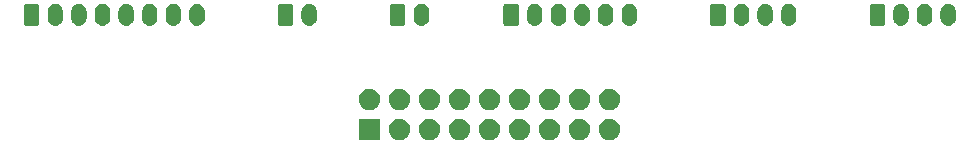
<source format=gbs>
G04 #@! TF.GenerationSoftware,KiCad,Pcbnew,(5.1.5)-3*
G04 #@! TF.CreationDate,2020-05-29T16:33:12+07:00*
G04 #@! TF.ProjectId,LIBV_Pannel,4c494256-5f50-4616-9e6e-656c2e6b6963,rev?*
G04 #@! TF.SameCoordinates,PX53724e0PY5fd8220*
G04 #@! TF.FileFunction,Soldermask,Bot*
G04 #@! TF.FilePolarity,Negative*
%FSLAX46Y46*%
G04 Gerber Fmt 4.6, Leading zero omitted, Abs format (unit mm)*
G04 Created by KiCad (PCBNEW (5.1.5)-3) date 2020-05-29 16:33:12*
%MOMM*%
%LPD*%
G04 APERTURE LIST*
%ADD10C,0.100000*%
G04 APERTURE END LIST*
D10*
G36*
X39701000Y4599000D02*
G01*
X37899000Y4599000D01*
X37899000Y6401000D01*
X39701000Y6401000D01*
X39701000Y4599000D01*
G37*
G36*
X41453512Y6396073D02*
G01*
X41602812Y6366376D01*
X41766784Y6298456D01*
X41914354Y6199853D01*
X42039853Y6074354D01*
X42138456Y5926784D01*
X42206376Y5762812D01*
X42241000Y5588741D01*
X42241000Y5411259D01*
X42206376Y5237188D01*
X42138456Y5073216D01*
X42039853Y4925646D01*
X41914354Y4800147D01*
X41766784Y4701544D01*
X41602812Y4633624D01*
X41453512Y4603927D01*
X41428742Y4599000D01*
X41251258Y4599000D01*
X41226488Y4603927D01*
X41077188Y4633624D01*
X40913216Y4701544D01*
X40765646Y4800147D01*
X40640147Y4925646D01*
X40541544Y5073216D01*
X40473624Y5237188D01*
X40439000Y5411259D01*
X40439000Y5588741D01*
X40473624Y5762812D01*
X40541544Y5926784D01*
X40640147Y6074354D01*
X40765646Y6199853D01*
X40913216Y6298456D01*
X41077188Y6366376D01*
X41226488Y6396073D01*
X41251258Y6401000D01*
X41428742Y6401000D01*
X41453512Y6396073D01*
G37*
G36*
X43993512Y6396073D02*
G01*
X44142812Y6366376D01*
X44306784Y6298456D01*
X44454354Y6199853D01*
X44579853Y6074354D01*
X44678456Y5926784D01*
X44746376Y5762812D01*
X44781000Y5588741D01*
X44781000Y5411259D01*
X44746376Y5237188D01*
X44678456Y5073216D01*
X44579853Y4925646D01*
X44454354Y4800147D01*
X44306784Y4701544D01*
X44142812Y4633624D01*
X43993512Y4603927D01*
X43968742Y4599000D01*
X43791258Y4599000D01*
X43766488Y4603927D01*
X43617188Y4633624D01*
X43453216Y4701544D01*
X43305646Y4800147D01*
X43180147Y4925646D01*
X43081544Y5073216D01*
X43013624Y5237188D01*
X42979000Y5411259D01*
X42979000Y5588741D01*
X43013624Y5762812D01*
X43081544Y5926784D01*
X43180147Y6074354D01*
X43305646Y6199853D01*
X43453216Y6298456D01*
X43617188Y6366376D01*
X43766488Y6396073D01*
X43791258Y6401000D01*
X43968742Y6401000D01*
X43993512Y6396073D01*
G37*
G36*
X46533512Y6396073D02*
G01*
X46682812Y6366376D01*
X46846784Y6298456D01*
X46994354Y6199853D01*
X47119853Y6074354D01*
X47218456Y5926784D01*
X47286376Y5762812D01*
X47321000Y5588741D01*
X47321000Y5411259D01*
X47286376Y5237188D01*
X47218456Y5073216D01*
X47119853Y4925646D01*
X46994354Y4800147D01*
X46846784Y4701544D01*
X46682812Y4633624D01*
X46533512Y4603927D01*
X46508742Y4599000D01*
X46331258Y4599000D01*
X46306488Y4603927D01*
X46157188Y4633624D01*
X45993216Y4701544D01*
X45845646Y4800147D01*
X45720147Y4925646D01*
X45621544Y5073216D01*
X45553624Y5237188D01*
X45519000Y5411259D01*
X45519000Y5588741D01*
X45553624Y5762812D01*
X45621544Y5926784D01*
X45720147Y6074354D01*
X45845646Y6199853D01*
X45993216Y6298456D01*
X46157188Y6366376D01*
X46306488Y6396073D01*
X46331258Y6401000D01*
X46508742Y6401000D01*
X46533512Y6396073D01*
G37*
G36*
X49073512Y6396073D02*
G01*
X49222812Y6366376D01*
X49386784Y6298456D01*
X49534354Y6199853D01*
X49659853Y6074354D01*
X49758456Y5926784D01*
X49826376Y5762812D01*
X49861000Y5588741D01*
X49861000Y5411259D01*
X49826376Y5237188D01*
X49758456Y5073216D01*
X49659853Y4925646D01*
X49534354Y4800147D01*
X49386784Y4701544D01*
X49222812Y4633624D01*
X49073512Y4603927D01*
X49048742Y4599000D01*
X48871258Y4599000D01*
X48846488Y4603927D01*
X48697188Y4633624D01*
X48533216Y4701544D01*
X48385646Y4800147D01*
X48260147Y4925646D01*
X48161544Y5073216D01*
X48093624Y5237188D01*
X48059000Y5411259D01*
X48059000Y5588741D01*
X48093624Y5762812D01*
X48161544Y5926784D01*
X48260147Y6074354D01*
X48385646Y6199853D01*
X48533216Y6298456D01*
X48697188Y6366376D01*
X48846488Y6396073D01*
X48871258Y6401000D01*
X49048742Y6401000D01*
X49073512Y6396073D01*
G37*
G36*
X51613512Y6396073D02*
G01*
X51762812Y6366376D01*
X51926784Y6298456D01*
X52074354Y6199853D01*
X52199853Y6074354D01*
X52298456Y5926784D01*
X52366376Y5762812D01*
X52401000Y5588741D01*
X52401000Y5411259D01*
X52366376Y5237188D01*
X52298456Y5073216D01*
X52199853Y4925646D01*
X52074354Y4800147D01*
X51926784Y4701544D01*
X51762812Y4633624D01*
X51613512Y4603927D01*
X51588742Y4599000D01*
X51411258Y4599000D01*
X51386488Y4603927D01*
X51237188Y4633624D01*
X51073216Y4701544D01*
X50925646Y4800147D01*
X50800147Y4925646D01*
X50701544Y5073216D01*
X50633624Y5237188D01*
X50599000Y5411259D01*
X50599000Y5588741D01*
X50633624Y5762812D01*
X50701544Y5926784D01*
X50800147Y6074354D01*
X50925646Y6199853D01*
X51073216Y6298456D01*
X51237188Y6366376D01*
X51386488Y6396073D01*
X51411258Y6401000D01*
X51588742Y6401000D01*
X51613512Y6396073D01*
G37*
G36*
X54153512Y6396073D02*
G01*
X54302812Y6366376D01*
X54466784Y6298456D01*
X54614354Y6199853D01*
X54739853Y6074354D01*
X54838456Y5926784D01*
X54906376Y5762812D01*
X54941000Y5588741D01*
X54941000Y5411259D01*
X54906376Y5237188D01*
X54838456Y5073216D01*
X54739853Y4925646D01*
X54614354Y4800147D01*
X54466784Y4701544D01*
X54302812Y4633624D01*
X54153512Y4603927D01*
X54128742Y4599000D01*
X53951258Y4599000D01*
X53926488Y4603927D01*
X53777188Y4633624D01*
X53613216Y4701544D01*
X53465646Y4800147D01*
X53340147Y4925646D01*
X53241544Y5073216D01*
X53173624Y5237188D01*
X53139000Y5411259D01*
X53139000Y5588741D01*
X53173624Y5762812D01*
X53241544Y5926784D01*
X53340147Y6074354D01*
X53465646Y6199853D01*
X53613216Y6298456D01*
X53777188Y6366376D01*
X53926488Y6396073D01*
X53951258Y6401000D01*
X54128742Y6401000D01*
X54153512Y6396073D01*
G37*
G36*
X59233512Y6396073D02*
G01*
X59382812Y6366376D01*
X59546784Y6298456D01*
X59694354Y6199853D01*
X59819853Y6074354D01*
X59918456Y5926784D01*
X59986376Y5762812D01*
X60021000Y5588741D01*
X60021000Y5411259D01*
X59986376Y5237188D01*
X59918456Y5073216D01*
X59819853Y4925646D01*
X59694354Y4800147D01*
X59546784Y4701544D01*
X59382812Y4633624D01*
X59233512Y4603927D01*
X59208742Y4599000D01*
X59031258Y4599000D01*
X59006488Y4603927D01*
X58857188Y4633624D01*
X58693216Y4701544D01*
X58545646Y4800147D01*
X58420147Y4925646D01*
X58321544Y5073216D01*
X58253624Y5237188D01*
X58219000Y5411259D01*
X58219000Y5588741D01*
X58253624Y5762812D01*
X58321544Y5926784D01*
X58420147Y6074354D01*
X58545646Y6199853D01*
X58693216Y6298456D01*
X58857188Y6366376D01*
X59006488Y6396073D01*
X59031258Y6401000D01*
X59208742Y6401000D01*
X59233512Y6396073D01*
G37*
G36*
X56693512Y6396073D02*
G01*
X56842812Y6366376D01*
X57006784Y6298456D01*
X57154354Y6199853D01*
X57279853Y6074354D01*
X57378456Y5926784D01*
X57446376Y5762812D01*
X57481000Y5588741D01*
X57481000Y5411259D01*
X57446376Y5237188D01*
X57378456Y5073216D01*
X57279853Y4925646D01*
X57154354Y4800147D01*
X57006784Y4701544D01*
X56842812Y4633624D01*
X56693512Y4603927D01*
X56668742Y4599000D01*
X56491258Y4599000D01*
X56466488Y4603927D01*
X56317188Y4633624D01*
X56153216Y4701544D01*
X56005646Y4800147D01*
X55880147Y4925646D01*
X55781544Y5073216D01*
X55713624Y5237188D01*
X55679000Y5411259D01*
X55679000Y5588741D01*
X55713624Y5762812D01*
X55781544Y5926784D01*
X55880147Y6074354D01*
X56005646Y6199853D01*
X56153216Y6298456D01*
X56317188Y6366376D01*
X56466488Y6396073D01*
X56491258Y6401000D01*
X56668742Y6401000D01*
X56693512Y6396073D01*
G37*
G36*
X38913512Y8936073D02*
G01*
X39062812Y8906376D01*
X39226784Y8838456D01*
X39374354Y8739853D01*
X39499853Y8614354D01*
X39598456Y8466784D01*
X39666376Y8302812D01*
X39701000Y8128741D01*
X39701000Y7951259D01*
X39666376Y7777188D01*
X39598456Y7613216D01*
X39499853Y7465646D01*
X39374354Y7340147D01*
X39226784Y7241544D01*
X39062812Y7173624D01*
X38913512Y7143927D01*
X38888742Y7139000D01*
X38711258Y7139000D01*
X38686488Y7143927D01*
X38537188Y7173624D01*
X38373216Y7241544D01*
X38225646Y7340147D01*
X38100147Y7465646D01*
X38001544Y7613216D01*
X37933624Y7777188D01*
X37899000Y7951259D01*
X37899000Y8128741D01*
X37933624Y8302812D01*
X38001544Y8466784D01*
X38100147Y8614354D01*
X38225646Y8739853D01*
X38373216Y8838456D01*
X38537188Y8906376D01*
X38686488Y8936073D01*
X38711258Y8941000D01*
X38888742Y8941000D01*
X38913512Y8936073D01*
G37*
G36*
X59233512Y8936073D02*
G01*
X59382812Y8906376D01*
X59546784Y8838456D01*
X59694354Y8739853D01*
X59819853Y8614354D01*
X59918456Y8466784D01*
X59986376Y8302812D01*
X60021000Y8128741D01*
X60021000Y7951259D01*
X59986376Y7777188D01*
X59918456Y7613216D01*
X59819853Y7465646D01*
X59694354Y7340147D01*
X59546784Y7241544D01*
X59382812Y7173624D01*
X59233512Y7143927D01*
X59208742Y7139000D01*
X59031258Y7139000D01*
X59006488Y7143927D01*
X58857188Y7173624D01*
X58693216Y7241544D01*
X58545646Y7340147D01*
X58420147Y7465646D01*
X58321544Y7613216D01*
X58253624Y7777188D01*
X58219000Y7951259D01*
X58219000Y8128741D01*
X58253624Y8302812D01*
X58321544Y8466784D01*
X58420147Y8614354D01*
X58545646Y8739853D01*
X58693216Y8838456D01*
X58857188Y8906376D01*
X59006488Y8936073D01*
X59031258Y8941000D01*
X59208742Y8941000D01*
X59233512Y8936073D01*
G37*
G36*
X56693512Y8936073D02*
G01*
X56842812Y8906376D01*
X57006784Y8838456D01*
X57154354Y8739853D01*
X57279853Y8614354D01*
X57378456Y8466784D01*
X57446376Y8302812D01*
X57481000Y8128741D01*
X57481000Y7951259D01*
X57446376Y7777188D01*
X57378456Y7613216D01*
X57279853Y7465646D01*
X57154354Y7340147D01*
X57006784Y7241544D01*
X56842812Y7173624D01*
X56693512Y7143927D01*
X56668742Y7139000D01*
X56491258Y7139000D01*
X56466488Y7143927D01*
X56317188Y7173624D01*
X56153216Y7241544D01*
X56005646Y7340147D01*
X55880147Y7465646D01*
X55781544Y7613216D01*
X55713624Y7777188D01*
X55679000Y7951259D01*
X55679000Y8128741D01*
X55713624Y8302812D01*
X55781544Y8466784D01*
X55880147Y8614354D01*
X56005646Y8739853D01*
X56153216Y8838456D01*
X56317188Y8906376D01*
X56466488Y8936073D01*
X56491258Y8941000D01*
X56668742Y8941000D01*
X56693512Y8936073D01*
G37*
G36*
X54153512Y8936073D02*
G01*
X54302812Y8906376D01*
X54466784Y8838456D01*
X54614354Y8739853D01*
X54739853Y8614354D01*
X54838456Y8466784D01*
X54906376Y8302812D01*
X54941000Y8128741D01*
X54941000Y7951259D01*
X54906376Y7777188D01*
X54838456Y7613216D01*
X54739853Y7465646D01*
X54614354Y7340147D01*
X54466784Y7241544D01*
X54302812Y7173624D01*
X54153512Y7143927D01*
X54128742Y7139000D01*
X53951258Y7139000D01*
X53926488Y7143927D01*
X53777188Y7173624D01*
X53613216Y7241544D01*
X53465646Y7340147D01*
X53340147Y7465646D01*
X53241544Y7613216D01*
X53173624Y7777188D01*
X53139000Y7951259D01*
X53139000Y8128741D01*
X53173624Y8302812D01*
X53241544Y8466784D01*
X53340147Y8614354D01*
X53465646Y8739853D01*
X53613216Y8838456D01*
X53777188Y8906376D01*
X53926488Y8936073D01*
X53951258Y8941000D01*
X54128742Y8941000D01*
X54153512Y8936073D01*
G37*
G36*
X51613512Y8936073D02*
G01*
X51762812Y8906376D01*
X51926784Y8838456D01*
X52074354Y8739853D01*
X52199853Y8614354D01*
X52298456Y8466784D01*
X52366376Y8302812D01*
X52401000Y8128741D01*
X52401000Y7951259D01*
X52366376Y7777188D01*
X52298456Y7613216D01*
X52199853Y7465646D01*
X52074354Y7340147D01*
X51926784Y7241544D01*
X51762812Y7173624D01*
X51613512Y7143927D01*
X51588742Y7139000D01*
X51411258Y7139000D01*
X51386488Y7143927D01*
X51237188Y7173624D01*
X51073216Y7241544D01*
X50925646Y7340147D01*
X50800147Y7465646D01*
X50701544Y7613216D01*
X50633624Y7777188D01*
X50599000Y7951259D01*
X50599000Y8128741D01*
X50633624Y8302812D01*
X50701544Y8466784D01*
X50800147Y8614354D01*
X50925646Y8739853D01*
X51073216Y8838456D01*
X51237188Y8906376D01*
X51386488Y8936073D01*
X51411258Y8941000D01*
X51588742Y8941000D01*
X51613512Y8936073D01*
G37*
G36*
X49073512Y8936073D02*
G01*
X49222812Y8906376D01*
X49386784Y8838456D01*
X49534354Y8739853D01*
X49659853Y8614354D01*
X49758456Y8466784D01*
X49826376Y8302812D01*
X49861000Y8128741D01*
X49861000Y7951259D01*
X49826376Y7777188D01*
X49758456Y7613216D01*
X49659853Y7465646D01*
X49534354Y7340147D01*
X49386784Y7241544D01*
X49222812Y7173624D01*
X49073512Y7143927D01*
X49048742Y7139000D01*
X48871258Y7139000D01*
X48846488Y7143927D01*
X48697188Y7173624D01*
X48533216Y7241544D01*
X48385646Y7340147D01*
X48260147Y7465646D01*
X48161544Y7613216D01*
X48093624Y7777188D01*
X48059000Y7951259D01*
X48059000Y8128741D01*
X48093624Y8302812D01*
X48161544Y8466784D01*
X48260147Y8614354D01*
X48385646Y8739853D01*
X48533216Y8838456D01*
X48697188Y8906376D01*
X48846488Y8936073D01*
X48871258Y8941000D01*
X49048742Y8941000D01*
X49073512Y8936073D01*
G37*
G36*
X41453512Y8936073D02*
G01*
X41602812Y8906376D01*
X41766784Y8838456D01*
X41914354Y8739853D01*
X42039853Y8614354D01*
X42138456Y8466784D01*
X42206376Y8302812D01*
X42241000Y8128741D01*
X42241000Y7951259D01*
X42206376Y7777188D01*
X42138456Y7613216D01*
X42039853Y7465646D01*
X41914354Y7340147D01*
X41766784Y7241544D01*
X41602812Y7173624D01*
X41453512Y7143927D01*
X41428742Y7139000D01*
X41251258Y7139000D01*
X41226488Y7143927D01*
X41077188Y7173624D01*
X40913216Y7241544D01*
X40765646Y7340147D01*
X40640147Y7465646D01*
X40541544Y7613216D01*
X40473624Y7777188D01*
X40439000Y7951259D01*
X40439000Y8128741D01*
X40473624Y8302812D01*
X40541544Y8466784D01*
X40640147Y8614354D01*
X40765646Y8739853D01*
X40913216Y8838456D01*
X41077188Y8906376D01*
X41226488Y8936073D01*
X41251258Y8941000D01*
X41428742Y8941000D01*
X41453512Y8936073D01*
G37*
G36*
X46533512Y8936073D02*
G01*
X46682812Y8906376D01*
X46846784Y8838456D01*
X46994354Y8739853D01*
X47119853Y8614354D01*
X47218456Y8466784D01*
X47286376Y8302812D01*
X47321000Y8128741D01*
X47321000Y7951259D01*
X47286376Y7777188D01*
X47218456Y7613216D01*
X47119853Y7465646D01*
X46994354Y7340147D01*
X46846784Y7241544D01*
X46682812Y7173624D01*
X46533512Y7143927D01*
X46508742Y7139000D01*
X46331258Y7139000D01*
X46306488Y7143927D01*
X46157188Y7173624D01*
X45993216Y7241544D01*
X45845646Y7340147D01*
X45720147Y7465646D01*
X45621544Y7613216D01*
X45553624Y7777188D01*
X45519000Y7951259D01*
X45519000Y8128741D01*
X45553624Y8302812D01*
X45621544Y8466784D01*
X45720147Y8614354D01*
X45845646Y8739853D01*
X45993216Y8838456D01*
X46157188Y8906376D01*
X46306488Y8936073D01*
X46331258Y8941000D01*
X46508742Y8941000D01*
X46533512Y8936073D01*
G37*
G36*
X43993512Y8936073D02*
G01*
X44142812Y8906376D01*
X44306784Y8838456D01*
X44454354Y8739853D01*
X44579853Y8614354D01*
X44678456Y8466784D01*
X44746376Y8302812D01*
X44781000Y8128741D01*
X44781000Y7951259D01*
X44746376Y7777188D01*
X44678456Y7613216D01*
X44579853Y7465646D01*
X44454354Y7340147D01*
X44306784Y7241544D01*
X44142812Y7173624D01*
X43993512Y7143927D01*
X43968742Y7139000D01*
X43791258Y7139000D01*
X43766488Y7143927D01*
X43617188Y7173624D01*
X43453216Y7241544D01*
X43305646Y7340147D01*
X43180147Y7465646D01*
X43081544Y7613216D01*
X43013624Y7777188D01*
X42979000Y7951259D01*
X42979000Y8128741D01*
X43013624Y8302812D01*
X43081544Y8466784D01*
X43180147Y8614354D01*
X43305646Y8739853D01*
X43453216Y8838456D01*
X43617188Y8906376D01*
X43766488Y8936073D01*
X43791258Y8941000D01*
X43968742Y8941000D01*
X43993512Y8936073D01*
G37*
G36*
X18327617Y16116580D02*
G01*
X18408399Y16092075D01*
X18450335Y16079354D01*
X18563424Y16018906D01*
X18662554Y15937553D01*
X18743906Y15838425D01*
X18804354Y15725336D01*
X18814040Y15693404D01*
X18841580Y15602618D01*
X18851000Y15506973D01*
X18851000Y14893027D01*
X18841580Y14797382D01*
X18814040Y14706596D01*
X18804354Y14674664D01*
X18743906Y14561575D01*
X18662554Y14462446D01*
X18563425Y14381094D01*
X18450336Y14320646D01*
X18418404Y14310960D01*
X18327618Y14283420D01*
X18200000Y14270851D01*
X18072383Y14283420D01*
X17981597Y14310960D01*
X17949665Y14320646D01*
X17836576Y14381094D01*
X17737447Y14462446D01*
X17656096Y14561573D01*
X17656095Y14561575D01*
X17595647Y14674664D01*
X17595645Y14674667D01*
X17583237Y14715573D01*
X17558420Y14797382D01*
X17549000Y14893027D01*
X17549000Y15506972D01*
X17558420Y15602617D01*
X17595645Y15725331D01*
X17595646Y15725335D01*
X17656094Y15838424D01*
X17737447Y15937554D01*
X17836575Y16018906D01*
X17949664Y16079354D01*
X17991600Y16092075D01*
X18072382Y16116580D01*
X18200000Y16129149D01*
X18327617Y16116580D01*
G37*
G36*
X33827617Y16116580D02*
G01*
X33908399Y16092075D01*
X33950335Y16079354D01*
X34063424Y16018906D01*
X34162554Y15937553D01*
X34243906Y15838425D01*
X34304354Y15725336D01*
X34314040Y15693404D01*
X34341580Y15602618D01*
X34351000Y15506973D01*
X34351000Y14893027D01*
X34341580Y14797382D01*
X34314040Y14706596D01*
X34304354Y14674664D01*
X34243906Y14561575D01*
X34162554Y14462446D01*
X34063425Y14381094D01*
X33950336Y14320646D01*
X33918404Y14310960D01*
X33827618Y14283420D01*
X33700000Y14270851D01*
X33572383Y14283420D01*
X33481597Y14310960D01*
X33449665Y14320646D01*
X33336576Y14381094D01*
X33237447Y14462446D01*
X33156096Y14561573D01*
X33156095Y14561575D01*
X33095647Y14674664D01*
X33095645Y14674667D01*
X33083237Y14715573D01*
X33058420Y14797382D01*
X33049000Y14893027D01*
X33049000Y15506972D01*
X33058420Y15602617D01*
X33095645Y15725331D01*
X33095646Y15725335D01*
X33156094Y15838424D01*
X33237447Y15937554D01*
X33336575Y16018906D01*
X33449664Y16079354D01*
X33491600Y16092075D01*
X33572382Y16116580D01*
X33700000Y16129149D01*
X33827617Y16116580D01*
G37*
G36*
X43327617Y16116580D02*
G01*
X43408399Y16092075D01*
X43450335Y16079354D01*
X43563424Y16018906D01*
X43662554Y15937553D01*
X43743906Y15838425D01*
X43804354Y15725336D01*
X43814040Y15693404D01*
X43841580Y15602618D01*
X43851000Y15506973D01*
X43851000Y14893027D01*
X43841580Y14797382D01*
X43814040Y14706596D01*
X43804354Y14674664D01*
X43743906Y14561575D01*
X43662554Y14462446D01*
X43563425Y14381094D01*
X43450336Y14320646D01*
X43418404Y14310960D01*
X43327618Y14283420D01*
X43200000Y14270851D01*
X43072383Y14283420D01*
X42981597Y14310960D01*
X42949665Y14320646D01*
X42836576Y14381094D01*
X42737447Y14462446D01*
X42656096Y14561573D01*
X42656095Y14561575D01*
X42595647Y14674664D01*
X42595645Y14674667D01*
X42583237Y14715573D01*
X42558420Y14797382D01*
X42549000Y14893027D01*
X42549000Y15506972D01*
X42558420Y15602617D01*
X42595645Y15725331D01*
X42595646Y15725335D01*
X42656094Y15838424D01*
X42737447Y15937554D01*
X42836575Y16018906D01*
X42949664Y16079354D01*
X42991600Y16092075D01*
X43072382Y16116580D01*
X43200000Y16129149D01*
X43327617Y16116580D01*
G37*
G36*
X54927617Y16116580D02*
G01*
X55008399Y16092075D01*
X55050335Y16079354D01*
X55163424Y16018906D01*
X55262554Y15937553D01*
X55343906Y15838425D01*
X55404354Y15725336D01*
X55414040Y15693404D01*
X55441580Y15602618D01*
X55451000Y15506973D01*
X55451000Y14893027D01*
X55441580Y14797382D01*
X55414040Y14706596D01*
X55404354Y14674664D01*
X55343906Y14561575D01*
X55262554Y14462446D01*
X55163425Y14381094D01*
X55050336Y14320646D01*
X55018404Y14310960D01*
X54927618Y14283420D01*
X54800000Y14270851D01*
X54672383Y14283420D01*
X54581597Y14310960D01*
X54549665Y14320646D01*
X54436576Y14381094D01*
X54337447Y14462446D01*
X54256096Y14561573D01*
X54256095Y14561575D01*
X54195647Y14674664D01*
X54195645Y14674667D01*
X54183237Y14715573D01*
X54158420Y14797382D01*
X54149000Y14893027D01*
X54149000Y15506972D01*
X54158420Y15602617D01*
X54195645Y15725331D01*
X54195646Y15725335D01*
X54256094Y15838424D01*
X54337447Y15937554D01*
X54436575Y16018906D01*
X54549664Y16079354D01*
X54591600Y16092075D01*
X54672382Y16116580D01*
X54800000Y16129149D01*
X54927617Y16116580D01*
G37*
G36*
X87927617Y16116580D02*
G01*
X88008399Y16092075D01*
X88050335Y16079354D01*
X88163424Y16018906D01*
X88262554Y15937553D01*
X88343906Y15838425D01*
X88404354Y15725336D01*
X88414040Y15693404D01*
X88441580Y15602618D01*
X88451000Y15506973D01*
X88451000Y14893027D01*
X88441580Y14797382D01*
X88414040Y14706596D01*
X88404354Y14674664D01*
X88343906Y14561575D01*
X88262554Y14462446D01*
X88163425Y14381094D01*
X88050336Y14320646D01*
X88018404Y14310960D01*
X87927618Y14283420D01*
X87800000Y14270851D01*
X87672383Y14283420D01*
X87581597Y14310960D01*
X87549665Y14320646D01*
X87436576Y14381094D01*
X87337447Y14462446D01*
X87256096Y14561573D01*
X87256095Y14561575D01*
X87195647Y14674664D01*
X87195645Y14674667D01*
X87183237Y14715573D01*
X87158420Y14797382D01*
X87149000Y14893027D01*
X87149000Y15506972D01*
X87158420Y15602617D01*
X87195645Y15725331D01*
X87195646Y15725335D01*
X87256094Y15838424D01*
X87337447Y15937554D01*
X87436575Y16018906D01*
X87549664Y16079354D01*
X87591600Y16092075D01*
X87672382Y16116580D01*
X87800000Y16129149D01*
X87927617Y16116580D01*
G37*
G36*
X85927617Y16116580D02*
G01*
X86008399Y16092075D01*
X86050335Y16079354D01*
X86163424Y16018906D01*
X86262554Y15937553D01*
X86343906Y15838425D01*
X86404354Y15725336D01*
X86414040Y15693404D01*
X86441580Y15602618D01*
X86451000Y15506973D01*
X86451000Y14893027D01*
X86441580Y14797382D01*
X86414040Y14706596D01*
X86404354Y14674664D01*
X86343906Y14561575D01*
X86262554Y14462446D01*
X86163425Y14381094D01*
X86050336Y14320646D01*
X86018404Y14310960D01*
X85927618Y14283420D01*
X85800000Y14270851D01*
X85672383Y14283420D01*
X85581597Y14310960D01*
X85549665Y14320646D01*
X85436576Y14381094D01*
X85337447Y14462446D01*
X85256096Y14561573D01*
X85256095Y14561575D01*
X85195647Y14674664D01*
X85195645Y14674667D01*
X85183237Y14715573D01*
X85158420Y14797382D01*
X85149000Y14893027D01*
X85149000Y15506972D01*
X85158420Y15602617D01*
X85195645Y15725331D01*
X85195646Y15725335D01*
X85256094Y15838424D01*
X85337447Y15937554D01*
X85436575Y16018906D01*
X85549664Y16079354D01*
X85591600Y16092075D01*
X85672382Y16116580D01*
X85800000Y16129149D01*
X85927617Y16116580D01*
G37*
G36*
X83927617Y16116580D02*
G01*
X84008399Y16092075D01*
X84050335Y16079354D01*
X84163424Y16018906D01*
X84262554Y15937553D01*
X84343906Y15838425D01*
X84404354Y15725336D01*
X84414040Y15693404D01*
X84441580Y15602618D01*
X84451000Y15506973D01*
X84451000Y14893027D01*
X84441580Y14797382D01*
X84414040Y14706596D01*
X84404354Y14674664D01*
X84343906Y14561575D01*
X84262554Y14462446D01*
X84163425Y14381094D01*
X84050336Y14320646D01*
X84018404Y14310960D01*
X83927618Y14283420D01*
X83800000Y14270851D01*
X83672383Y14283420D01*
X83581597Y14310960D01*
X83549665Y14320646D01*
X83436576Y14381094D01*
X83337447Y14462446D01*
X83256096Y14561573D01*
X83256095Y14561575D01*
X83195647Y14674664D01*
X83195645Y14674667D01*
X83183237Y14715573D01*
X83158420Y14797382D01*
X83149000Y14893027D01*
X83149000Y15506972D01*
X83158420Y15602617D01*
X83195645Y15725331D01*
X83195646Y15725335D01*
X83256094Y15838424D01*
X83337447Y15937554D01*
X83436575Y16018906D01*
X83549664Y16079354D01*
X83591600Y16092075D01*
X83672382Y16116580D01*
X83800000Y16129149D01*
X83927617Y16116580D01*
G37*
G36*
X60927617Y16116580D02*
G01*
X61008399Y16092075D01*
X61050335Y16079354D01*
X61163424Y16018906D01*
X61262554Y15937553D01*
X61343906Y15838425D01*
X61404354Y15725336D01*
X61414040Y15693404D01*
X61441580Y15602618D01*
X61451000Y15506973D01*
X61451000Y14893027D01*
X61441580Y14797382D01*
X61414040Y14706596D01*
X61404354Y14674664D01*
X61343906Y14561575D01*
X61262554Y14462446D01*
X61163425Y14381094D01*
X61050336Y14320646D01*
X61018404Y14310960D01*
X60927618Y14283420D01*
X60800000Y14270851D01*
X60672383Y14283420D01*
X60581597Y14310960D01*
X60549665Y14320646D01*
X60436576Y14381094D01*
X60337447Y14462446D01*
X60256096Y14561573D01*
X60256095Y14561575D01*
X60195647Y14674664D01*
X60195645Y14674667D01*
X60183237Y14715573D01*
X60158420Y14797382D01*
X60149000Y14893027D01*
X60149000Y15506972D01*
X60158420Y15602617D01*
X60195645Y15725331D01*
X60195646Y15725335D01*
X60256094Y15838424D01*
X60337447Y15937554D01*
X60436575Y16018906D01*
X60549664Y16079354D01*
X60591600Y16092075D01*
X60672382Y16116580D01*
X60800000Y16129149D01*
X60927617Y16116580D01*
G37*
G36*
X58927617Y16116580D02*
G01*
X59008399Y16092075D01*
X59050335Y16079354D01*
X59163424Y16018906D01*
X59262554Y15937553D01*
X59343906Y15838425D01*
X59404354Y15725336D01*
X59414040Y15693404D01*
X59441580Y15602618D01*
X59451000Y15506973D01*
X59451000Y14893027D01*
X59441580Y14797382D01*
X59414040Y14706596D01*
X59404354Y14674664D01*
X59343906Y14561575D01*
X59262554Y14462446D01*
X59163425Y14381094D01*
X59050336Y14320646D01*
X59018404Y14310960D01*
X58927618Y14283420D01*
X58800000Y14270851D01*
X58672383Y14283420D01*
X58581597Y14310960D01*
X58549665Y14320646D01*
X58436576Y14381094D01*
X58337447Y14462446D01*
X58256096Y14561573D01*
X58256095Y14561575D01*
X58195647Y14674664D01*
X58195645Y14674667D01*
X58183237Y14715573D01*
X58158420Y14797382D01*
X58149000Y14893027D01*
X58149000Y15506972D01*
X58158420Y15602617D01*
X58195645Y15725331D01*
X58195646Y15725335D01*
X58256094Y15838424D01*
X58337447Y15937554D01*
X58436575Y16018906D01*
X58549664Y16079354D01*
X58591600Y16092075D01*
X58672382Y16116580D01*
X58800000Y16129149D01*
X58927617Y16116580D01*
G37*
G36*
X56927617Y16116580D02*
G01*
X57008399Y16092075D01*
X57050335Y16079354D01*
X57163424Y16018906D01*
X57262554Y15937553D01*
X57343906Y15838425D01*
X57404354Y15725336D01*
X57414040Y15693404D01*
X57441580Y15602618D01*
X57451000Y15506973D01*
X57451000Y14893027D01*
X57441580Y14797382D01*
X57414040Y14706596D01*
X57404354Y14674664D01*
X57343906Y14561575D01*
X57262554Y14462446D01*
X57163425Y14381094D01*
X57050336Y14320646D01*
X57018404Y14310960D01*
X56927618Y14283420D01*
X56800000Y14270851D01*
X56672383Y14283420D01*
X56581597Y14310960D01*
X56549665Y14320646D01*
X56436576Y14381094D01*
X56337447Y14462446D01*
X56256096Y14561573D01*
X56256095Y14561575D01*
X56195647Y14674664D01*
X56195645Y14674667D01*
X56183237Y14715573D01*
X56158420Y14797382D01*
X56149000Y14893027D01*
X56149000Y15506972D01*
X56158420Y15602617D01*
X56195645Y15725331D01*
X56195646Y15725335D01*
X56256094Y15838424D01*
X56337447Y15937554D01*
X56436575Y16018906D01*
X56549664Y16079354D01*
X56591600Y16092075D01*
X56672382Y16116580D01*
X56800000Y16129149D01*
X56927617Y16116580D01*
G37*
G36*
X74427617Y16116580D02*
G01*
X74508399Y16092075D01*
X74550335Y16079354D01*
X74663424Y16018906D01*
X74762554Y15937553D01*
X74843906Y15838425D01*
X74904354Y15725336D01*
X74914040Y15693404D01*
X74941580Y15602618D01*
X74951000Y15506973D01*
X74951000Y14893027D01*
X74941580Y14797382D01*
X74914040Y14706596D01*
X74904354Y14674664D01*
X74843906Y14561575D01*
X74762554Y14462446D01*
X74663425Y14381094D01*
X74550336Y14320646D01*
X74518404Y14310960D01*
X74427618Y14283420D01*
X74300000Y14270851D01*
X74172383Y14283420D01*
X74081597Y14310960D01*
X74049665Y14320646D01*
X73936576Y14381094D01*
X73837447Y14462446D01*
X73756096Y14561573D01*
X73756095Y14561575D01*
X73695647Y14674664D01*
X73695645Y14674667D01*
X73683237Y14715573D01*
X73658420Y14797382D01*
X73649000Y14893027D01*
X73649000Y15506972D01*
X73658420Y15602617D01*
X73695645Y15725331D01*
X73695646Y15725335D01*
X73756094Y15838424D01*
X73837447Y15937554D01*
X73936575Y16018906D01*
X74049664Y16079354D01*
X74091600Y16092075D01*
X74172382Y16116580D01*
X74300000Y16129149D01*
X74427617Y16116580D01*
G37*
G36*
X72427617Y16116580D02*
G01*
X72508399Y16092075D01*
X72550335Y16079354D01*
X72663424Y16018906D01*
X72762554Y15937553D01*
X72843906Y15838425D01*
X72904354Y15725336D01*
X72914040Y15693404D01*
X72941580Y15602618D01*
X72951000Y15506973D01*
X72951000Y14893027D01*
X72941580Y14797382D01*
X72914040Y14706596D01*
X72904354Y14674664D01*
X72843906Y14561575D01*
X72762554Y14462446D01*
X72663425Y14381094D01*
X72550336Y14320646D01*
X72518404Y14310960D01*
X72427618Y14283420D01*
X72300000Y14270851D01*
X72172383Y14283420D01*
X72081597Y14310960D01*
X72049665Y14320646D01*
X71936576Y14381094D01*
X71837447Y14462446D01*
X71756096Y14561573D01*
X71756095Y14561575D01*
X71695647Y14674664D01*
X71695645Y14674667D01*
X71683237Y14715573D01*
X71658420Y14797382D01*
X71649000Y14893027D01*
X71649000Y15506972D01*
X71658420Y15602617D01*
X71695645Y15725331D01*
X71695646Y15725335D01*
X71756094Y15838424D01*
X71837447Y15937554D01*
X71936575Y16018906D01*
X72049664Y16079354D01*
X72091600Y16092075D01*
X72172382Y16116580D01*
X72300000Y16129149D01*
X72427617Y16116580D01*
G37*
G36*
X70427617Y16116580D02*
G01*
X70508399Y16092075D01*
X70550335Y16079354D01*
X70663424Y16018906D01*
X70762554Y15937553D01*
X70843906Y15838425D01*
X70904354Y15725336D01*
X70914040Y15693404D01*
X70941580Y15602618D01*
X70951000Y15506973D01*
X70951000Y14893027D01*
X70941580Y14797382D01*
X70914040Y14706596D01*
X70904354Y14674664D01*
X70843906Y14561575D01*
X70762554Y14462446D01*
X70663425Y14381094D01*
X70550336Y14320646D01*
X70518404Y14310960D01*
X70427618Y14283420D01*
X70300000Y14270851D01*
X70172383Y14283420D01*
X70081597Y14310960D01*
X70049665Y14320646D01*
X69936576Y14381094D01*
X69837447Y14462446D01*
X69756096Y14561573D01*
X69756095Y14561575D01*
X69695647Y14674664D01*
X69695645Y14674667D01*
X69683237Y14715573D01*
X69658420Y14797382D01*
X69649000Y14893027D01*
X69649000Y15506972D01*
X69658420Y15602617D01*
X69695645Y15725331D01*
X69695646Y15725335D01*
X69756094Y15838424D01*
X69837447Y15937554D01*
X69936575Y16018906D01*
X70049664Y16079354D01*
X70091600Y16092075D01*
X70172382Y16116580D01*
X70300000Y16129149D01*
X70427617Y16116580D01*
G37*
G36*
X24327617Y16116580D02*
G01*
X24408399Y16092075D01*
X24450335Y16079354D01*
X24563424Y16018906D01*
X24662554Y15937553D01*
X24743906Y15838425D01*
X24804354Y15725336D01*
X24814040Y15693404D01*
X24841580Y15602618D01*
X24851000Y15506973D01*
X24851000Y14893027D01*
X24841580Y14797382D01*
X24814040Y14706596D01*
X24804354Y14674664D01*
X24743906Y14561575D01*
X24662554Y14462446D01*
X24563425Y14381094D01*
X24450336Y14320646D01*
X24418404Y14310960D01*
X24327618Y14283420D01*
X24200000Y14270851D01*
X24072383Y14283420D01*
X23981597Y14310960D01*
X23949665Y14320646D01*
X23836576Y14381094D01*
X23737447Y14462446D01*
X23656096Y14561573D01*
X23656095Y14561575D01*
X23595647Y14674664D01*
X23595645Y14674667D01*
X23583237Y14715573D01*
X23558420Y14797382D01*
X23549000Y14893027D01*
X23549000Y15506972D01*
X23558420Y15602617D01*
X23595645Y15725331D01*
X23595646Y15725335D01*
X23656094Y15838424D01*
X23737447Y15937554D01*
X23836575Y16018906D01*
X23949664Y16079354D01*
X23991600Y16092075D01*
X24072382Y16116580D01*
X24200000Y16129149D01*
X24327617Y16116580D01*
G37*
G36*
X22327617Y16116580D02*
G01*
X22408399Y16092075D01*
X22450335Y16079354D01*
X22563424Y16018906D01*
X22662554Y15937553D01*
X22743906Y15838425D01*
X22804354Y15725336D01*
X22814040Y15693404D01*
X22841580Y15602618D01*
X22851000Y15506973D01*
X22851000Y14893027D01*
X22841580Y14797382D01*
X22814040Y14706596D01*
X22804354Y14674664D01*
X22743906Y14561575D01*
X22662554Y14462446D01*
X22563425Y14381094D01*
X22450336Y14320646D01*
X22418404Y14310960D01*
X22327618Y14283420D01*
X22200000Y14270851D01*
X22072383Y14283420D01*
X21981597Y14310960D01*
X21949665Y14320646D01*
X21836576Y14381094D01*
X21737447Y14462446D01*
X21656096Y14561573D01*
X21656095Y14561575D01*
X21595647Y14674664D01*
X21595645Y14674667D01*
X21583237Y14715573D01*
X21558420Y14797382D01*
X21549000Y14893027D01*
X21549000Y15506972D01*
X21558420Y15602617D01*
X21595645Y15725331D01*
X21595646Y15725335D01*
X21656094Y15838424D01*
X21737447Y15937554D01*
X21836575Y16018906D01*
X21949664Y16079354D01*
X21991600Y16092075D01*
X22072382Y16116580D01*
X22200000Y16129149D01*
X22327617Y16116580D01*
G37*
G36*
X20327617Y16116580D02*
G01*
X20408399Y16092075D01*
X20450335Y16079354D01*
X20563424Y16018906D01*
X20662554Y15937553D01*
X20743906Y15838425D01*
X20804354Y15725336D01*
X20814040Y15693404D01*
X20841580Y15602618D01*
X20851000Y15506973D01*
X20851000Y14893027D01*
X20841580Y14797382D01*
X20814040Y14706596D01*
X20804354Y14674664D01*
X20743906Y14561575D01*
X20662554Y14462446D01*
X20563425Y14381094D01*
X20450336Y14320646D01*
X20418404Y14310960D01*
X20327618Y14283420D01*
X20200000Y14270851D01*
X20072383Y14283420D01*
X19981597Y14310960D01*
X19949665Y14320646D01*
X19836576Y14381094D01*
X19737447Y14462446D01*
X19656096Y14561573D01*
X19656095Y14561575D01*
X19595647Y14674664D01*
X19595645Y14674667D01*
X19583237Y14715573D01*
X19558420Y14797382D01*
X19549000Y14893027D01*
X19549000Y15506972D01*
X19558420Y15602617D01*
X19595645Y15725331D01*
X19595646Y15725335D01*
X19656094Y15838424D01*
X19737447Y15937554D01*
X19836575Y16018906D01*
X19949664Y16079354D01*
X19991600Y16092075D01*
X20072382Y16116580D01*
X20200000Y16129149D01*
X20327617Y16116580D01*
G37*
G36*
X16327617Y16116580D02*
G01*
X16408399Y16092075D01*
X16450335Y16079354D01*
X16563424Y16018906D01*
X16662554Y15937553D01*
X16743906Y15838425D01*
X16804354Y15725336D01*
X16814040Y15693404D01*
X16841580Y15602618D01*
X16851000Y15506973D01*
X16851000Y14893027D01*
X16841580Y14797382D01*
X16814040Y14706596D01*
X16804354Y14674664D01*
X16743906Y14561575D01*
X16662554Y14462446D01*
X16563425Y14381094D01*
X16450336Y14320646D01*
X16418404Y14310960D01*
X16327618Y14283420D01*
X16200000Y14270851D01*
X16072383Y14283420D01*
X15981597Y14310960D01*
X15949665Y14320646D01*
X15836576Y14381094D01*
X15737447Y14462446D01*
X15656096Y14561573D01*
X15656095Y14561575D01*
X15595647Y14674664D01*
X15595645Y14674667D01*
X15583237Y14715573D01*
X15558420Y14797382D01*
X15549000Y14893027D01*
X15549000Y15506972D01*
X15558420Y15602617D01*
X15595645Y15725331D01*
X15595646Y15725335D01*
X15656094Y15838424D01*
X15737447Y15937554D01*
X15836575Y16018906D01*
X15949664Y16079354D01*
X15991600Y16092075D01*
X16072382Y16116580D01*
X16200000Y16129149D01*
X16327617Y16116580D01*
G37*
G36*
X14327617Y16116580D02*
G01*
X14408399Y16092075D01*
X14450335Y16079354D01*
X14563424Y16018906D01*
X14662554Y15937553D01*
X14743906Y15838425D01*
X14804354Y15725336D01*
X14814040Y15693404D01*
X14841580Y15602618D01*
X14851000Y15506973D01*
X14851000Y14893027D01*
X14841580Y14797382D01*
X14814040Y14706596D01*
X14804354Y14674664D01*
X14743906Y14561575D01*
X14662554Y14462446D01*
X14563425Y14381094D01*
X14450336Y14320646D01*
X14418404Y14310960D01*
X14327618Y14283420D01*
X14200000Y14270851D01*
X14072383Y14283420D01*
X13981597Y14310960D01*
X13949665Y14320646D01*
X13836576Y14381094D01*
X13737447Y14462446D01*
X13656096Y14561573D01*
X13656095Y14561575D01*
X13595647Y14674664D01*
X13595645Y14674667D01*
X13583237Y14715573D01*
X13558420Y14797382D01*
X13549000Y14893027D01*
X13549000Y15506972D01*
X13558420Y15602617D01*
X13595645Y15725331D01*
X13595646Y15725335D01*
X13656094Y15838424D01*
X13737447Y15937554D01*
X13836575Y16018906D01*
X13949664Y16079354D01*
X13991600Y16092075D01*
X14072382Y16116580D01*
X14200000Y16129149D01*
X14327617Y16116580D01*
G37*
G36*
X52927617Y16116580D02*
G01*
X53008399Y16092075D01*
X53050335Y16079354D01*
X53163424Y16018906D01*
X53262554Y15937553D01*
X53343906Y15838425D01*
X53404354Y15725336D01*
X53414040Y15693404D01*
X53441580Y15602618D01*
X53451000Y15506973D01*
X53451000Y14893027D01*
X53441580Y14797382D01*
X53414040Y14706596D01*
X53404354Y14674664D01*
X53343906Y14561575D01*
X53262554Y14462446D01*
X53163425Y14381094D01*
X53050336Y14320646D01*
X53018404Y14310960D01*
X52927618Y14283420D01*
X52800000Y14270851D01*
X52672383Y14283420D01*
X52581597Y14310960D01*
X52549665Y14320646D01*
X52436576Y14381094D01*
X52337447Y14462446D01*
X52256096Y14561573D01*
X52256095Y14561575D01*
X52195647Y14674664D01*
X52195645Y14674667D01*
X52183237Y14715573D01*
X52158420Y14797382D01*
X52149000Y14893027D01*
X52149000Y15506972D01*
X52158420Y15602617D01*
X52195645Y15725331D01*
X52195646Y15725335D01*
X52256094Y15838424D01*
X52337447Y15937554D01*
X52436575Y16018906D01*
X52549664Y16079354D01*
X52591600Y16092075D01*
X52672382Y16116580D01*
X52800000Y16129149D01*
X52927617Y16116580D01*
G37*
G36*
X12327617Y16116580D02*
G01*
X12408399Y16092075D01*
X12450335Y16079354D01*
X12563424Y16018906D01*
X12662554Y15937553D01*
X12743906Y15838425D01*
X12804354Y15725336D01*
X12814040Y15693404D01*
X12841580Y15602618D01*
X12851000Y15506973D01*
X12851000Y14893027D01*
X12841580Y14797382D01*
X12814040Y14706596D01*
X12804354Y14674664D01*
X12743906Y14561575D01*
X12662554Y14462446D01*
X12563425Y14381094D01*
X12450336Y14320646D01*
X12418404Y14310960D01*
X12327618Y14283420D01*
X12200000Y14270851D01*
X12072383Y14283420D01*
X11981597Y14310960D01*
X11949665Y14320646D01*
X11836576Y14381094D01*
X11737447Y14462446D01*
X11656096Y14561573D01*
X11656095Y14561575D01*
X11595647Y14674664D01*
X11595645Y14674667D01*
X11583237Y14715573D01*
X11558420Y14797382D01*
X11549000Y14893027D01*
X11549000Y15506972D01*
X11558420Y15602617D01*
X11595645Y15725331D01*
X11595646Y15725335D01*
X11656094Y15838424D01*
X11737447Y15937554D01*
X11836575Y16018906D01*
X11949664Y16079354D01*
X11991600Y16092075D01*
X12072382Y16116580D01*
X12200000Y16129149D01*
X12327617Y16116580D01*
G37*
G36*
X41691242Y16121596D02*
G01*
X41728337Y16110343D01*
X41762515Y16092075D01*
X41792481Y16067481D01*
X41817075Y16037515D01*
X41835343Y16003337D01*
X41846596Y15966242D01*
X41851000Y15921526D01*
X41851000Y14478474D01*
X41846596Y14433758D01*
X41835343Y14396663D01*
X41817075Y14362485D01*
X41792481Y14332519D01*
X41762515Y14307925D01*
X41728337Y14289657D01*
X41691242Y14278404D01*
X41646526Y14274000D01*
X40753474Y14274000D01*
X40708758Y14278404D01*
X40671663Y14289657D01*
X40637485Y14307925D01*
X40607519Y14332519D01*
X40582925Y14362485D01*
X40564657Y14396663D01*
X40553404Y14433758D01*
X40549000Y14478474D01*
X40549000Y15921526D01*
X40553404Y15966242D01*
X40564657Y16003337D01*
X40582925Y16037515D01*
X40607519Y16067481D01*
X40637485Y16092075D01*
X40671663Y16110343D01*
X40708758Y16121596D01*
X40753474Y16126000D01*
X41646526Y16126000D01*
X41691242Y16121596D01*
G37*
G36*
X51291242Y16121596D02*
G01*
X51328337Y16110343D01*
X51362515Y16092075D01*
X51392481Y16067481D01*
X51417075Y16037515D01*
X51435343Y16003337D01*
X51446596Y15966242D01*
X51451000Y15921526D01*
X51451000Y14478474D01*
X51446596Y14433758D01*
X51435343Y14396663D01*
X51417075Y14362485D01*
X51392481Y14332519D01*
X51362515Y14307925D01*
X51328337Y14289657D01*
X51291242Y14278404D01*
X51246526Y14274000D01*
X50353474Y14274000D01*
X50308758Y14278404D01*
X50271663Y14289657D01*
X50237485Y14307925D01*
X50207519Y14332519D01*
X50182925Y14362485D01*
X50164657Y14396663D01*
X50153404Y14433758D01*
X50149000Y14478474D01*
X50149000Y15921526D01*
X50153404Y15966242D01*
X50164657Y16003337D01*
X50182925Y16037515D01*
X50207519Y16067481D01*
X50237485Y16092075D01*
X50271663Y16110343D01*
X50308758Y16121596D01*
X50353474Y16126000D01*
X51246526Y16126000D01*
X51291242Y16121596D01*
G37*
G36*
X68791242Y16121596D02*
G01*
X68828337Y16110343D01*
X68862515Y16092075D01*
X68892481Y16067481D01*
X68917075Y16037515D01*
X68935343Y16003337D01*
X68946596Y15966242D01*
X68951000Y15921526D01*
X68951000Y14478474D01*
X68946596Y14433758D01*
X68935343Y14396663D01*
X68917075Y14362485D01*
X68892481Y14332519D01*
X68862515Y14307925D01*
X68828337Y14289657D01*
X68791242Y14278404D01*
X68746526Y14274000D01*
X67853474Y14274000D01*
X67808758Y14278404D01*
X67771663Y14289657D01*
X67737485Y14307925D01*
X67707519Y14332519D01*
X67682925Y14362485D01*
X67664657Y14396663D01*
X67653404Y14433758D01*
X67649000Y14478474D01*
X67649000Y15921526D01*
X67653404Y15966242D01*
X67664657Y16003337D01*
X67682925Y16037515D01*
X67707519Y16067481D01*
X67737485Y16092075D01*
X67771663Y16110343D01*
X67808758Y16121596D01*
X67853474Y16126000D01*
X68746526Y16126000D01*
X68791242Y16121596D01*
G37*
G36*
X82291242Y16121596D02*
G01*
X82328337Y16110343D01*
X82362515Y16092075D01*
X82392481Y16067481D01*
X82417075Y16037515D01*
X82435343Y16003337D01*
X82446596Y15966242D01*
X82451000Y15921526D01*
X82451000Y14478474D01*
X82446596Y14433758D01*
X82435343Y14396663D01*
X82417075Y14362485D01*
X82392481Y14332519D01*
X82362515Y14307925D01*
X82328337Y14289657D01*
X82291242Y14278404D01*
X82246526Y14274000D01*
X81353474Y14274000D01*
X81308758Y14278404D01*
X81271663Y14289657D01*
X81237485Y14307925D01*
X81207519Y14332519D01*
X81182925Y14362485D01*
X81164657Y14396663D01*
X81153404Y14433758D01*
X81149000Y14478474D01*
X81149000Y15921526D01*
X81153404Y15966242D01*
X81164657Y16003337D01*
X81182925Y16037515D01*
X81207519Y16067481D01*
X81237485Y16092075D01*
X81271663Y16110343D01*
X81308758Y16121596D01*
X81353474Y16126000D01*
X82246526Y16126000D01*
X82291242Y16121596D01*
G37*
G36*
X32191242Y16121596D02*
G01*
X32228337Y16110343D01*
X32262515Y16092075D01*
X32292481Y16067481D01*
X32317075Y16037515D01*
X32335343Y16003337D01*
X32346596Y15966242D01*
X32351000Y15921526D01*
X32351000Y14478474D01*
X32346596Y14433758D01*
X32335343Y14396663D01*
X32317075Y14362485D01*
X32292481Y14332519D01*
X32262515Y14307925D01*
X32228337Y14289657D01*
X32191242Y14278404D01*
X32146526Y14274000D01*
X31253474Y14274000D01*
X31208758Y14278404D01*
X31171663Y14289657D01*
X31137485Y14307925D01*
X31107519Y14332519D01*
X31082925Y14362485D01*
X31064657Y14396663D01*
X31053404Y14433758D01*
X31049000Y14478474D01*
X31049000Y15921526D01*
X31053404Y15966242D01*
X31064657Y16003337D01*
X31082925Y16037515D01*
X31107519Y16067481D01*
X31137485Y16092075D01*
X31171663Y16110343D01*
X31208758Y16121596D01*
X31253474Y16126000D01*
X32146526Y16126000D01*
X32191242Y16121596D01*
G37*
G36*
X10691242Y16121596D02*
G01*
X10728337Y16110343D01*
X10762515Y16092075D01*
X10792481Y16067481D01*
X10817075Y16037515D01*
X10835343Y16003337D01*
X10846596Y15966242D01*
X10851000Y15921526D01*
X10851000Y14478474D01*
X10846596Y14433758D01*
X10835343Y14396663D01*
X10817075Y14362485D01*
X10792481Y14332519D01*
X10762515Y14307925D01*
X10728337Y14289657D01*
X10691242Y14278404D01*
X10646526Y14274000D01*
X9753474Y14274000D01*
X9708758Y14278404D01*
X9671663Y14289657D01*
X9637485Y14307925D01*
X9607519Y14332519D01*
X9582925Y14362485D01*
X9564657Y14396663D01*
X9553404Y14433758D01*
X9549000Y14478474D01*
X9549000Y15921526D01*
X9553404Y15966242D01*
X9564657Y16003337D01*
X9582925Y16037515D01*
X9607519Y16067481D01*
X9637485Y16092075D01*
X9671663Y16110343D01*
X9708758Y16121596D01*
X9753474Y16126000D01*
X10646526Y16126000D01*
X10691242Y16121596D01*
G37*
M02*

</source>
